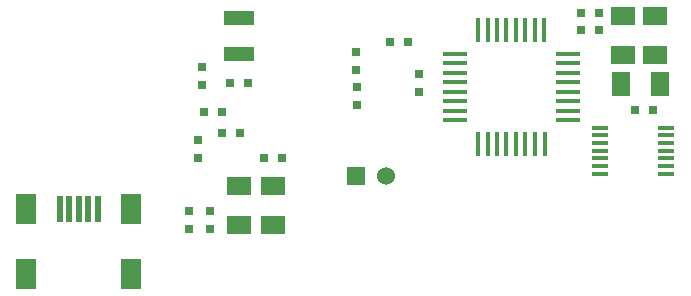
<source format=gtp>
G04 (created by PCBNEW-RS274X (2011-11-27 BZR 3249)-stable) date 26/12/2011 7:02:06 p.m.*
G01*
G70*
G90*
%MOIN*%
G04 Gerber Fmt 3.4, Leading zero omitted, Abs format*
%FSLAX34Y34*%
G04 APERTURE LIST*
%ADD10C,0.006000*%
%ADD11R,0.060000X0.060000*%
%ADD12C,0.060000*%
%ADD13R,0.065600X0.098400*%
%ADD14R,0.019700X0.090600*%
%ADD15R,0.031500X0.025000*%
%ADD16R,0.080000X0.060000*%
%ADD17R,0.060000X0.080000*%
%ADD18R,0.100000X0.050000*%
%ADD19R,0.055000X0.017000*%
%ADD20R,0.078700X0.017700*%
%ADD21R,0.017700X0.078700*%
%ADD22R,0.025000X0.031500*%
G04 APERTURE END LIST*
G54D10*
G54D11*
X11978Y-06092D03*
G54D12*
X12978Y-06092D03*
G54D13*
X04488Y-09350D03*
X01004Y-09350D03*
X04508Y-07185D03*
X01004Y-07185D03*
G54D14*
X02756Y-07185D03*
X02441Y-07185D03*
X02126Y-07185D03*
X03071Y-07185D03*
X03386Y-07185D03*
G54D15*
X06418Y-07842D03*
X06418Y-07242D03*
X07138Y-07842D03*
X07138Y-07242D03*
G54D16*
X08088Y-07702D03*
X08088Y-06402D03*
X09238Y-07702D03*
X09238Y-06402D03*
G54D17*
X20838Y-03022D03*
X22138Y-03022D03*
G54D16*
X21968Y-00752D03*
X21968Y-02052D03*
X20908Y-00752D03*
X20908Y-02052D03*
G54D18*
X08098Y-00822D03*
X08098Y-02022D03*
G54D19*
X20128Y-04472D03*
X20128Y-04722D03*
X20128Y-04982D03*
X20128Y-05232D03*
X20128Y-05492D03*
X20128Y-05747D03*
X20128Y-06002D03*
X22328Y-06002D03*
X22328Y-05747D03*
X22328Y-05492D03*
X22328Y-05232D03*
X22328Y-04977D03*
X22328Y-04722D03*
X22328Y-04467D03*
G54D20*
X15282Y-04215D03*
X15282Y-03900D03*
X15282Y-03585D03*
X15282Y-03270D03*
X15282Y-02955D03*
X15282Y-02640D03*
X15282Y-02325D03*
X15282Y-02010D03*
X19048Y-02012D03*
X19048Y-04222D03*
X19048Y-03902D03*
X19048Y-03582D03*
X19048Y-03272D03*
X19048Y-02952D03*
X19048Y-02642D03*
X19048Y-02322D03*
G54D21*
X16066Y-01222D03*
X16380Y-01222D03*
X16696Y-01222D03*
X17010Y-01222D03*
X17326Y-01222D03*
X17640Y-01222D03*
X17956Y-01222D03*
X18270Y-01222D03*
X16068Y-05002D03*
X16378Y-05002D03*
X16698Y-05002D03*
X17008Y-05002D03*
X17318Y-05002D03*
X17638Y-05002D03*
X17958Y-05002D03*
X18278Y-05002D03*
G54D22*
X20078Y-00642D03*
X19478Y-00642D03*
X20078Y-01212D03*
X19478Y-01212D03*
G54D15*
X06718Y-05472D03*
X06718Y-04872D03*
G54D22*
X07538Y-03952D03*
X06938Y-03952D03*
X09518Y-05482D03*
X08918Y-05482D03*
X08138Y-04652D03*
X07538Y-04652D03*
G54D15*
X12018Y-03722D03*
X12018Y-03122D03*
G54D22*
X07798Y-02972D03*
X08398Y-02972D03*
G54D15*
X06858Y-02432D03*
X06858Y-03032D03*
X12008Y-01932D03*
X12008Y-02532D03*
G54D22*
X13118Y-01622D03*
X13718Y-01622D03*
X21288Y-03872D03*
X21888Y-03872D03*
G54D15*
X14098Y-02672D03*
X14098Y-03272D03*
M02*

</source>
